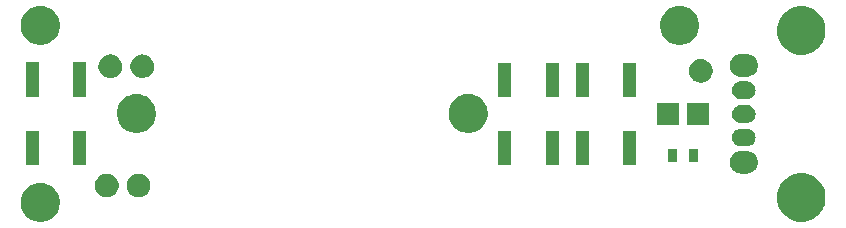
<source format=gbr>
G04 #@! TF.GenerationSoftware,KiCad,Pcbnew,5.1.0-unknown-9e240db~82~ubuntu18.04.1*
G04 #@! TF.CreationDate,2019-04-19T11:11:02+02:00*
G04 #@! TF.ProjectId,VoltMax PWM Board B,566f6c74-4d61-4782-9050-574d20426f61,rev?*
G04 #@! TF.SameCoordinates,Original*
G04 #@! TF.FileFunction,Soldermask,Top*
G04 #@! TF.FilePolarity,Negative*
%FSLAX46Y46*%
G04 Gerber Fmt 4.6, Leading zero omitted, Abs format (unit mm)*
G04 Created by KiCad (PCBNEW 5.1.0-unknown-9e240db~82~ubuntu18.04.1) date 2019-04-19 11:11:02*
%MOMM*%
%LPD*%
G04 APERTURE LIST*
%ADD10C,0.100000*%
G04 APERTURE END LIST*
D10*
G36*
X176480000Y-103288000D02*
G01*
X176331000Y-103300000D01*
X176186000Y-103335000D01*
X176048000Y-103392000D01*
X175920000Y-103470000D01*
X175807000Y-103567000D01*
X175710000Y-103680000D01*
X175632000Y-103808000D01*
X175575000Y-103946000D01*
X175540000Y-104091000D01*
X175528000Y-104240000D01*
X175540000Y-104389000D01*
X175575000Y-104534000D01*
X175632000Y-104672000D01*
X175710000Y-104800000D01*
X175807000Y-104913000D01*
X175920000Y-105010000D01*
X176048000Y-105088000D01*
X176186000Y-105145000D01*
X176331000Y-105180000D01*
X176480000Y-105192000D01*
X176980000Y-105192000D01*
X177129000Y-105180000D01*
X177274000Y-105145000D01*
X177412000Y-105088000D01*
X177540000Y-105010000D01*
X177653000Y-104913000D01*
X177750000Y-104800000D01*
X177828000Y-104672000D01*
X177885000Y-104534000D01*
X177920000Y-104389000D01*
X177932000Y-104240000D01*
X177920000Y-104091000D01*
X177885000Y-103946000D01*
X177828000Y-103808000D01*
X177750000Y-103680000D01*
X177653000Y-103567000D01*
X177540000Y-103470000D01*
X177412000Y-103392000D01*
X177274000Y-103335000D01*
X177129000Y-103300000D01*
X176980000Y-103288000D01*
X176480000Y-103288000D01*
G37*
G36*
X176480000Y-95088000D02*
G01*
X176331000Y-95100000D01*
X176186000Y-95135000D01*
X176048000Y-95192000D01*
X175920000Y-95270000D01*
X175807000Y-95367000D01*
X175710000Y-95480000D01*
X175632000Y-95608000D01*
X175575000Y-95746000D01*
X175540000Y-95891000D01*
X175528000Y-96040000D01*
X175540000Y-96189000D01*
X175575000Y-96334000D01*
X175632000Y-96472000D01*
X175710000Y-96600000D01*
X175807000Y-96713000D01*
X175920000Y-96810000D01*
X176048000Y-96888000D01*
X176186000Y-96945000D01*
X176331000Y-96980000D01*
X176480000Y-96992000D01*
X176980000Y-96992000D01*
X177129000Y-96980000D01*
X177274000Y-96945000D01*
X177412000Y-96888000D01*
X177540000Y-96810000D01*
X177653000Y-96713000D01*
X177750000Y-96600000D01*
X177828000Y-96472000D01*
X177885000Y-96334000D01*
X177920000Y-96189000D01*
X177932000Y-96040000D01*
X177920000Y-95891000D01*
X177885000Y-95746000D01*
X177828000Y-95608000D01*
X177750000Y-95480000D01*
X177653000Y-95367000D01*
X177540000Y-95270000D01*
X177412000Y-95192000D01*
X177274000Y-95135000D01*
X177129000Y-95100000D01*
X176980000Y-95088000D01*
X176480000Y-95088000D01*
G37*
G36*
X176480000Y-101388000D02*
G01*
X176362000Y-101397000D01*
X176248000Y-101425000D01*
X176139000Y-101470000D01*
X176038000Y-101532000D01*
X175948000Y-101608000D01*
X175872000Y-101698000D01*
X175810000Y-101799000D01*
X175765000Y-101908000D01*
X175737000Y-102022000D01*
X175728000Y-102140000D01*
X175737000Y-102258000D01*
X175765000Y-102372000D01*
X175810000Y-102481000D01*
X175872000Y-102582000D01*
X175948000Y-102672000D01*
X176038000Y-102748000D01*
X176139000Y-102810000D01*
X176248000Y-102855000D01*
X176362000Y-102883000D01*
X176480000Y-102892000D01*
X176980000Y-102892000D01*
X177098000Y-102883000D01*
X177212000Y-102855000D01*
X177321000Y-102810000D01*
X177422000Y-102748000D01*
X177512000Y-102672000D01*
X177588000Y-102582000D01*
X177650000Y-102481000D01*
X177695000Y-102372000D01*
X177723000Y-102258000D01*
X177732000Y-102140000D01*
X177723000Y-102022000D01*
X177695000Y-101908000D01*
X177650000Y-101799000D01*
X177588000Y-101698000D01*
X177512000Y-101608000D01*
X177422000Y-101532000D01*
X177321000Y-101470000D01*
X177212000Y-101425000D01*
X177098000Y-101397000D01*
X176980000Y-101388000D01*
X176480000Y-101388000D01*
G37*
G36*
X176480000Y-99388000D02*
G01*
X176362000Y-99397000D01*
X176248000Y-99425000D01*
X176139000Y-99470000D01*
X176038000Y-99532000D01*
X175948000Y-99608000D01*
X175872000Y-99698000D01*
X175810000Y-99799000D01*
X175765000Y-99908000D01*
X175737000Y-100022000D01*
X175728000Y-100140000D01*
X175737000Y-100258000D01*
X175765000Y-100372000D01*
X175810000Y-100481000D01*
X175872000Y-100582000D01*
X175948000Y-100672000D01*
X176038000Y-100748000D01*
X176139000Y-100810000D01*
X176248000Y-100855000D01*
X176362000Y-100883000D01*
X176480000Y-100892000D01*
X176980000Y-100892000D01*
X177098000Y-100883000D01*
X177212000Y-100855000D01*
X177321000Y-100810000D01*
X177422000Y-100748000D01*
X177512000Y-100672000D01*
X177588000Y-100582000D01*
X177650000Y-100481000D01*
X177695000Y-100372000D01*
X177723000Y-100258000D01*
X177732000Y-100140000D01*
X177723000Y-100022000D01*
X177695000Y-99908000D01*
X177650000Y-99799000D01*
X177588000Y-99698000D01*
X177512000Y-99608000D01*
X177422000Y-99532000D01*
X177321000Y-99470000D01*
X177212000Y-99425000D01*
X177098000Y-99397000D01*
X176980000Y-99388000D01*
X176480000Y-99388000D01*
G37*
G36*
X176480000Y-97388000D02*
G01*
X176362000Y-97397000D01*
X176248000Y-97425000D01*
X176139000Y-97470000D01*
X176038000Y-97532000D01*
X175948000Y-97608000D01*
X175872000Y-97698000D01*
X175810000Y-97799000D01*
X175765000Y-97908000D01*
X175737000Y-98022000D01*
X175728000Y-98140000D01*
X175737000Y-98258000D01*
X175765000Y-98372000D01*
X175810000Y-98481000D01*
X175872000Y-98582000D01*
X175948000Y-98672000D01*
X176038000Y-98748000D01*
X176139000Y-98810000D01*
X176248000Y-98855000D01*
X176362000Y-98883000D01*
X176480000Y-98892000D01*
X176980000Y-98892000D01*
X177098000Y-98883000D01*
X177212000Y-98855000D01*
X177321000Y-98810000D01*
X177422000Y-98748000D01*
X177512000Y-98672000D01*
X177588000Y-98582000D01*
X177650000Y-98481000D01*
X177695000Y-98372000D01*
X177723000Y-98258000D01*
X177732000Y-98140000D01*
X177723000Y-98022000D01*
X177695000Y-97908000D01*
X177650000Y-97799000D01*
X177588000Y-97698000D01*
X177512000Y-97608000D01*
X177422000Y-97532000D01*
X177321000Y-97470000D01*
X177212000Y-97425000D01*
X177098000Y-97397000D01*
X176980000Y-97388000D01*
X176480000Y-97388000D01*
G37*
G36*
X117544256Y-106035298D02*
G01*
X117650579Y-106056447D01*
X117951042Y-106180903D01*
X118221451Y-106361585D01*
X118451415Y-106591549D01*
X118632097Y-106861958D01*
X118725564Y-107087606D01*
X118756553Y-107162422D01*
X118820000Y-107481389D01*
X118820000Y-107806611D01*
X118777702Y-108019256D01*
X118756553Y-108125579D01*
X118632097Y-108426042D01*
X118451415Y-108696451D01*
X118221451Y-108926415D01*
X117951042Y-109107097D01*
X117650579Y-109231553D01*
X117544256Y-109252702D01*
X117331611Y-109295000D01*
X117006389Y-109295000D01*
X116793744Y-109252702D01*
X116687421Y-109231553D01*
X116386958Y-109107097D01*
X116116549Y-108926415D01*
X115886585Y-108696451D01*
X115705903Y-108426042D01*
X115581447Y-108125579D01*
X115560298Y-108019256D01*
X115518000Y-107806611D01*
X115518000Y-107481389D01*
X115581447Y-107162422D01*
X115612437Y-107087606D01*
X115705903Y-106861958D01*
X115886585Y-106591549D01*
X116116549Y-106361585D01*
X116386958Y-106180903D01*
X116687421Y-106056447D01*
X116793744Y-106035298D01*
X117006389Y-105993000D01*
X117331611Y-105993000D01*
X117544256Y-106035298D01*
X117544256Y-106035298D01*
G37*
G36*
X182198254Y-105247818D02*
G01*
X182571511Y-105402426D01*
X182571513Y-105402427D01*
X182907436Y-105626884D01*
X183193116Y-105912564D01*
X183372415Y-106180903D01*
X183417574Y-106248489D01*
X183572182Y-106621746D01*
X183651000Y-107017993D01*
X183651000Y-107422007D01*
X183572182Y-107818254D01*
X183444884Y-108125578D01*
X183417573Y-108191513D01*
X183193116Y-108527436D01*
X182907436Y-108813116D01*
X182571513Y-109037573D01*
X182571512Y-109037574D01*
X182571511Y-109037574D01*
X182198254Y-109192182D01*
X181802007Y-109271000D01*
X181397993Y-109271000D01*
X181001746Y-109192182D01*
X180628489Y-109037574D01*
X180628488Y-109037574D01*
X180628487Y-109037573D01*
X180292564Y-108813116D01*
X180006884Y-108527436D01*
X179782427Y-108191513D01*
X179755116Y-108125578D01*
X179627818Y-107818254D01*
X179549000Y-107422007D01*
X179549000Y-107017993D01*
X179627818Y-106621746D01*
X179782426Y-106248489D01*
X179827586Y-106180903D01*
X180006884Y-105912564D01*
X180292564Y-105626884D01*
X180628487Y-105402427D01*
X180628489Y-105402426D01*
X181001746Y-105247818D01*
X181397993Y-105169000D01*
X181802007Y-105169000D01*
X182198254Y-105247818D01*
X182198254Y-105247818D01*
G37*
G36*
X125695403Y-105217646D02*
G01*
X125792156Y-105236891D01*
X125818538Y-105247819D01*
X125974434Y-105312393D01*
X125974435Y-105312394D01*
X126138483Y-105422007D01*
X126277993Y-105561517D01*
X126277994Y-105561519D01*
X126387607Y-105725566D01*
X126463109Y-105907845D01*
X126501600Y-106101350D01*
X126501600Y-106298650D01*
X126463109Y-106492155D01*
X126387607Y-106674434D01*
X126387606Y-106674435D01*
X126277993Y-106838483D01*
X126138483Y-106977993D01*
X126078617Y-107017994D01*
X125974434Y-107087607D01*
X125867658Y-107131835D01*
X125792156Y-107163109D01*
X125695403Y-107182354D01*
X125598650Y-107201600D01*
X125401350Y-107201600D01*
X125304597Y-107182354D01*
X125207844Y-107163109D01*
X125132342Y-107131835D01*
X125025566Y-107087607D01*
X124921383Y-107017994D01*
X124861517Y-106977993D01*
X124722007Y-106838483D01*
X124612394Y-106674435D01*
X124612393Y-106674434D01*
X124536891Y-106492155D01*
X124498400Y-106298650D01*
X124498400Y-106101350D01*
X124536891Y-105907845D01*
X124612393Y-105725566D01*
X124722006Y-105561519D01*
X124722007Y-105561517D01*
X124861517Y-105422007D01*
X125025565Y-105312394D01*
X125025566Y-105312393D01*
X125181462Y-105247819D01*
X125207844Y-105236891D01*
X125304597Y-105217646D01*
X125401350Y-105198400D01*
X125598650Y-105198400D01*
X125695403Y-105217646D01*
X125695403Y-105217646D01*
G37*
G36*
X122995403Y-105217646D02*
G01*
X123092156Y-105236891D01*
X123118538Y-105247819D01*
X123274434Y-105312393D01*
X123274435Y-105312394D01*
X123438483Y-105422007D01*
X123577993Y-105561517D01*
X123577994Y-105561519D01*
X123687607Y-105725566D01*
X123763109Y-105907845D01*
X123801600Y-106101350D01*
X123801600Y-106298650D01*
X123763109Y-106492155D01*
X123687607Y-106674434D01*
X123687606Y-106674435D01*
X123577993Y-106838483D01*
X123438483Y-106977993D01*
X123378617Y-107017994D01*
X123274434Y-107087607D01*
X123167658Y-107131835D01*
X123092156Y-107163109D01*
X122995403Y-107182354D01*
X122898650Y-107201600D01*
X122701350Y-107201600D01*
X122604597Y-107182354D01*
X122507844Y-107163109D01*
X122432342Y-107131835D01*
X122325566Y-107087607D01*
X122221383Y-107017994D01*
X122161517Y-106977993D01*
X122022007Y-106838483D01*
X121912394Y-106674435D01*
X121912393Y-106674434D01*
X121836891Y-106492155D01*
X121798400Y-106298650D01*
X121798400Y-106101350D01*
X121836891Y-105907845D01*
X121912393Y-105725566D01*
X122022006Y-105561519D01*
X122022007Y-105561517D01*
X122161517Y-105422007D01*
X122325565Y-105312394D01*
X122325566Y-105312393D01*
X122481462Y-105247819D01*
X122507844Y-105236891D01*
X122604597Y-105217646D01*
X122701350Y-105198400D01*
X122898650Y-105198400D01*
X122995403Y-105217646D01*
X122995403Y-105217646D01*
G37*
G36*
X177007570Y-103324969D02*
G01*
X177180753Y-103396704D01*
X177336607Y-103500842D01*
X177469158Y-103633393D01*
X177573296Y-103789247D01*
X177645031Y-103962430D01*
X177681600Y-104146274D01*
X177681600Y-104333726D01*
X177645031Y-104517570D01*
X177573296Y-104690753D01*
X177469158Y-104846607D01*
X177336607Y-104979158D01*
X177180753Y-105083296D01*
X177007570Y-105155031D01*
X176823726Y-105191600D01*
X176636274Y-105191600D01*
X176452430Y-105155031D01*
X176279247Y-105083296D01*
X176123393Y-104979158D01*
X175990842Y-104846607D01*
X175886704Y-104690753D01*
X175814969Y-104517570D01*
X175778400Y-104333726D01*
X175778400Y-104146274D01*
X175814969Y-103962430D01*
X175886704Y-103789247D01*
X175990842Y-103633393D01*
X176123393Y-103500842D01*
X176279247Y-103396704D01*
X176452430Y-103324969D01*
X176636274Y-103288400D01*
X176823726Y-103288400D01*
X177007570Y-103324969D01*
X177007570Y-103324969D01*
G37*
G36*
X163621000Y-104501000D02*
G01*
X162519000Y-104501000D01*
X162519000Y-101599000D01*
X163621000Y-101599000D01*
X163621000Y-104501000D01*
X163621000Y-104501000D01*
G37*
G36*
X167621000Y-104501000D02*
G01*
X166519000Y-104501000D01*
X166519000Y-101599000D01*
X167621000Y-101599000D01*
X167621000Y-104501000D01*
X167621000Y-104501000D01*
G37*
G36*
X157061000Y-104501000D02*
G01*
X155959000Y-104501000D01*
X155959000Y-101599000D01*
X157061000Y-101599000D01*
X157061000Y-104501000D01*
X157061000Y-104501000D01*
G37*
G36*
X161061000Y-104501000D02*
G01*
X159959000Y-104501000D01*
X159959000Y-101599000D01*
X161061000Y-101599000D01*
X161061000Y-104501000D01*
X161061000Y-104501000D01*
G37*
G36*
X117074000Y-104495000D02*
G01*
X115972000Y-104495000D01*
X115972000Y-101593000D01*
X117074000Y-101593000D01*
X117074000Y-104495000D01*
X117074000Y-104495000D01*
G37*
G36*
X121074000Y-104495000D02*
G01*
X119972000Y-104495000D01*
X119972000Y-101593000D01*
X121074000Y-101593000D01*
X121074000Y-104495000D01*
X121074000Y-104495000D01*
G37*
G36*
X171111000Y-104251000D02*
G01*
X170339000Y-104251000D01*
X170339000Y-103149000D01*
X171111000Y-103149000D01*
X171111000Y-104251000D01*
X171111000Y-104251000D01*
G37*
G36*
X172861000Y-104251000D02*
G01*
X172089000Y-104251000D01*
X172089000Y-103149000D01*
X172861000Y-103149000D01*
X172861000Y-104251000D01*
X172861000Y-104251000D01*
G37*
G36*
X176949234Y-101417283D02*
G01*
X177086016Y-101473940D01*
X177209117Y-101556194D01*
X177313806Y-101660883D01*
X177396060Y-101783984D01*
X177452717Y-101920766D01*
X177481600Y-102065974D01*
X177481600Y-102214026D01*
X177452717Y-102359234D01*
X177396060Y-102496016D01*
X177313806Y-102619117D01*
X177209117Y-102723806D01*
X177086016Y-102806060D01*
X176949234Y-102862717D01*
X176804026Y-102891600D01*
X176655974Y-102891600D01*
X176510766Y-102862717D01*
X176373984Y-102806060D01*
X176250883Y-102723806D01*
X176146194Y-102619117D01*
X176063940Y-102496016D01*
X176007283Y-102359234D01*
X175978400Y-102214026D01*
X175978400Y-102065974D01*
X176007283Y-101920766D01*
X176063940Y-101783984D01*
X176146194Y-101660883D01*
X176250883Y-101556194D01*
X176373984Y-101473940D01*
X176510766Y-101417283D01*
X176655974Y-101388400D01*
X176804026Y-101388400D01*
X176949234Y-101417283D01*
X176949234Y-101417283D01*
G37*
G36*
X125675256Y-98491298D02*
G01*
X125781579Y-98512447D01*
X125994037Y-98600450D01*
X126039101Y-98619116D01*
X126082042Y-98636903D01*
X126352451Y-98817585D01*
X126582415Y-99047549D01*
X126763097Y-99317958D01*
X126861778Y-99556194D01*
X126887553Y-99618422D01*
X126920486Y-99783984D01*
X126951000Y-99937391D01*
X126951000Y-100262609D01*
X126887553Y-100581579D01*
X126763097Y-100882042D01*
X126582415Y-101152451D01*
X126352451Y-101382415D01*
X126082042Y-101563097D01*
X125781579Y-101687553D01*
X125675256Y-101708702D01*
X125462611Y-101751000D01*
X125137389Y-101751000D01*
X124924744Y-101708702D01*
X124818421Y-101687553D01*
X124517958Y-101563097D01*
X124247549Y-101382415D01*
X124017585Y-101152451D01*
X123836903Y-100882042D01*
X123712447Y-100581579D01*
X123649000Y-100262609D01*
X123649000Y-99937391D01*
X123679515Y-99783984D01*
X123712447Y-99618422D01*
X123738223Y-99556194D01*
X123836903Y-99317958D01*
X124017585Y-99047549D01*
X124247549Y-98817585D01*
X124517958Y-98636903D01*
X124560900Y-98619116D01*
X124605963Y-98600450D01*
X124818421Y-98512447D01*
X124924744Y-98491298D01*
X125137389Y-98449000D01*
X125462611Y-98449000D01*
X125675256Y-98491298D01*
X125675256Y-98491298D01*
G37*
G36*
X153775256Y-98491298D02*
G01*
X153881579Y-98512447D01*
X154094037Y-98600450D01*
X154139101Y-98619116D01*
X154182042Y-98636903D01*
X154452451Y-98817585D01*
X154682415Y-99047549D01*
X154863097Y-99317958D01*
X154961778Y-99556194D01*
X154987553Y-99618422D01*
X155020486Y-99783984D01*
X155051000Y-99937391D01*
X155051000Y-100262609D01*
X154987553Y-100581579D01*
X154863097Y-100882042D01*
X154682415Y-101152451D01*
X154452451Y-101382415D01*
X154182042Y-101563097D01*
X153881579Y-101687553D01*
X153775256Y-101708702D01*
X153562611Y-101751000D01*
X153237389Y-101751000D01*
X153024744Y-101708702D01*
X152918421Y-101687553D01*
X152617958Y-101563097D01*
X152347549Y-101382415D01*
X152117585Y-101152451D01*
X151936903Y-100882042D01*
X151812447Y-100581579D01*
X151749000Y-100262609D01*
X151749000Y-99937391D01*
X151779515Y-99783984D01*
X151812447Y-99618422D01*
X151838223Y-99556194D01*
X151936903Y-99317958D01*
X152117585Y-99047549D01*
X152347549Y-98817585D01*
X152617958Y-98636903D01*
X152660900Y-98619116D01*
X152705963Y-98600450D01*
X152918421Y-98512447D01*
X153024744Y-98491298D01*
X153237389Y-98449000D01*
X153562611Y-98449000D01*
X153775256Y-98491298D01*
X153775256Y-98491298D01*
G37*
G36*
X173831000Y-101095000D02*
G01*
X171929000Y-101095000D01*
X171929000Y-99193000D01*
X173831000Y-99193000D01*
X173831000Y-101095000D01*
X173831000Y-101095000D01*
G37*
G36*
X171291000Y-101095000D02*
G01*
X169389000Y-101095000D01*
X169389000Y-99193000D01*
X171291000Y-99193000D01*
X171291000Y-101095000D01*
X171291000Y-101095000D01*
G37*
G36*
X176949234Y-99417283D02*
G01*
X177086016Y-99473940D01*
X177209117Y-99556194D01*
X177313806Y-99660883D01*
X177396060Y-99783984D01*
X177452717Y-99920766D01*
X177481600Y-100065974D01*
X177481600Y-100214026D01*
X177452717Y-100359234D01*
X177396060Y-100496016D01*
X177313806Y-100619117D01*
X177209117Y-100723806D01*
X177086016Y-100806060D01*
X176949234Y-100862717D01*
X176804026Y-100891600D01*
X176655974Y-100891600D01*
X176510766Y-100862717D01*
X176373984Y-100806060D01*
X176250883Y-100723806D01*
X176146194Y-100619117D01*
X176063940Y-100496016D01*
X176007283Y-100359234D01*
X175978400Y-100214026D01*
X175978400Y-100065974D01*
X176007283Y-99920766D01*
X176063940Y-99783984D01*
X176146194Y-99660883D01*
X176250883Y-99556194D01*
X176373984Y-99473940D01*
X176510766Y-99417283D01*
X176655974Y-99388400D01*
X176804026Y-99388400D01*
X176949234Y-99417283D01*
X176949234Y-99417283D01*
G37*
G36*
X176949234Y-97417283D02*
G01*
X177086016Y-97473940D01*
X177209117Y-97556194D01*
X177313806Y-97660883D01*
X177396060Y-97783984D01*
X177452717Y-97920766D01*
X177481600Y-98065974D01*
X177481600Y-98214026D01*
X177452717Y-98359234D01*
X177396060Y-98496016D01*
X177313806Y-98619117D01*
X177209117Y-98723806D01*
X177086016Y-98806060D01*
X176949234Y-98862717D01*
X176804026Y-98891600D01*
X176655974Y-98891600D01*
X176510766Y-98862717D01*
X176373984Y-98806060D01*
X176250883Y-98723806D01*
X176146194Y-98619117D01*
X176063940Y-98496016D01*
X176007283Y-98359234D01*
X175978400Y-98214026D01*
X175978400Y-98065974D01*
X176007283Y-97920766D01*
X176063940Y-97783984D01*
X176146194Y-97660883D01*
X176250883Y-97556194D01*
X176373984Y-97473940D01*
X176510766Y-97417283D01*
X176655974Y-97388400D01*
X176804026Y-97388400D01*
X176949234Y-97417283D01*
X176949234Y-97417283D01*
G37*
G36*
X157061000Y-98701000D02*
G01*
X155959000Y-98701000D01*
X155959000Y-95799000D01*
X157061000Y-95799000D01*
X157061000Y-98701000D01*
X157061000Y-98701000D01*
G37*
G36*
X163621000Y-98701000D02*
G01*
X162519000Y-98701000D01*
X162519000Y-95799000D01*
X163621000Y-95799000D01*
X163621000Y-98701000D01*
X163621000Y-98701000D01*
G37*
G36*
X167621000Y-98701000D02*
G01*
X166519000Y-98701000D01*
X166519000Y-95799000D01*
X167621000Y-95799000D01*
X167621000Y-98701000D01*
X167621000Y-98701000D01*
G37*
G36*
X161061000Y-98701000D02*
G01*
X159959000Y-98701000D01*
X159959000Y-95799000D01*
X161061000Y-95799000D01*
X161061000Y-98701000D01*
X161061000Y-98701000D01*
G37*
G36*
X121074000Y-98695000D02*
G01*
X119972000Y-98695000D01*
X119972000Y-95793000D01*
X121074000Y-95793000D01*
X121074000Y-98695000D01*
X121074000Y-98695000D01*
G37*
G36*
X117074000Y-98695000D02*
G01*
X115972000Y-98695000D01*
X115972000Y-95793000D01*
X117074000Y-95793000D01*
X117074000Y-98695000D01*
X117074000Y-98695000D01*
G37*
G36*
X173295403Y-95517646D02*
G01*
X173392156Y-95536891D01*
X173467658Y-95568165D01*
X173574434Y-95612393D01*
X173655902Y-95666828D01*
X173738483Y-95722007D01*
X173877993Y-95861517D01*
X173877994Y-95861519D01*
X173987607Y-96025566D01*
X174031835Y-96132342D01*
X174059301Y-96198650D01*
X174063109Y-96207845D01*
X174101600Y-96401350D01*
X174101600Y-96598650D01*
X174063109Y-96792155D01*
X173987607Y-96974434D01*
X173978805Y-96987607D01*
X173877993Y-97138483D01*
X173738483Y-97277993D01*
X173655902Y-97333172D01*
X173574434Y-97387607D01*
X173467658Y-97431835D01*
X173392156Y-97463109D01*
X173337710Y-97473939D01*
X173198650Y-97501600D01*
X173001350Y-97501600D01*
X172862290Y-97473939D01*
X172807844Y-97463109D01*
X172732342Y-97431835D01*
X172625566Y-97387607D01*
X172544098Y-97333172D01*
X172461517Y-97277993D01*
X172322007Y-97138483D01*
X172221195Y-96987607D01*
X172212393Y-96974434D01*
X172136891Y-96792155D01*
X172098400Y-96598650D01*
X172098400Y-96401350D01*
X172136891Y-96207845D01*
X172140700Y-96198650D01*
X172168165Y-96132342D01*
X172212393Y-96025566D01*
X172322006Y-95861519D01*
X172322007Y-95861517D01*
X172461517Y-95722007D01*
X172544098Y-95666828D01*
X172625566Y-95612393D01*
X172732342Y-95568165D01*
X172807844Y-95536891D01*
X172904598Y-95517645D01*
X173001350Y-95498400D01*
X173198650Y-95498400D01*
X173295403Y-95517646D01*
X173295403Y-95517646D01*
G37*
G36*
X123295402Y-95117645D02*
G01*
X123392156Y-95136891D01*
X123467658Y-95168165D01*
X123574434Y-95212393D01*
X123574435Y-95212394D01*
X123738483Y-95322007D01*
X123877993Y-95461517D01*
X123877994Y-95461519D01*
X123987607Y-95625566D01*
X124027554Y-95722007D01*
X124059446Y-95799000D01*
X124063109Y-95807845D01*
X124090645Y-95946274D01*
X124101600Y-96001351D01*
X124101600Y-96198649D01*
X124063109Y-96392156D01*
X124059300Y-96401351D01*
X123987607Y-96574434D01*
X123987606Y-96574435D01*
X123877993Y-96738483D01*
X123738483Y-96877993D01*
X123730546Y-96883296D01*
X123574434Y-96987607D01*
X123467658Y-97031835D01*
X123392156Y-97063109D01*
X123295403Y-97082354D01*
X123198650Y-97101600D01*
X123001350Y-97101600D01*
X122904597Y-97082354D01*
X122807844Y-97063109D01*
X122732342Y-97031835D01*
X122625566Y-96987607D01*
X122469454Y-96883296D01*
X122461517Y-96877993D01*
X122322007Y-96738483D01*
X122212394Y-96574435D01*
X122212393Y-96574434D01*
X122140700Y-96401351D01*
X122136891Y-96392156D01*
X122098400Y-96198649D01*
X122098400Y-96001351D01*
X122109356Y-95946274D01*
X122136891Y-95807845D01*
X122140555Y-95799000D01*
X122172446Y-95722007D01*
X122212393Y-95625566D01*
X122322006Y-95461519D01*
X122322007Y-95461517D01*
X122461517Y-95322007D01*
X122625565Y-95212394D01*
X122625566Y-95212393D01*
X122732342Y-95168165D01*
X122807844Y-95136891D01*
X122904598Y-95117645D01*
X123001350Y-95098400D01*
X123198650Y-95098400D01*
X123295402Y-95117645D01*
X123295402Y-95117645D01*
G37*
G36*
X125995402Y-95117645D02*
G01*
X126092156Y-95136891D01*
X126167658Y-95168165D01*
X126274434Y-95212393D01*
X126274435Y-95212394D01*
X126438483Y-95322007D01*
X126577993Y-95461517D01*
X126577994Y-95461519D01*
X126687607Y-95625566D01*
X126727554Y-95722007D01*
X126759446Y-95799000D01*
X126763109Y-95807845D01*
X126790645Y-95946274D01*
X126801600Y-96001351D01*
X126801600Y-96198649D01*
X126763109Y-96392156D01*
X126759300Y-96401351D01*
X126687607Y-96574434D01*
X126687606Y-96574435D01*
X126577993Y-96738483D01*
X126438483Y-96877993D01*
X126430546Y-96883296D01*
X126274434Y-96987607D01*
X126167658Y-97031835D01*
X126092156Y-97063109D01*
X125995403Y-97082354D01*
X125898650Y-97101600D01*
X125701350Y-97101600D01*
X125604597Y-97082354D01*
X125507844Y-97063109D01*
X125432342Y-97031835D01*
X125325566Y-96987607D01*
X125169454Y-96883296D01*
X125161517Y-96877993D01*
X125022007Y-96738483D01*
X124912394Y-96574435D01*
X124912393Y-96574434D01*
X124840700Y-96401351D01*
X124836891Y-96392156D01*
X124798400Y-96198649D01*
X124798400Y-96001351D01*
X124809356Y-95946274D01*
X124836891Y-95807845D01*
X124840555Y-95799000D01*
X124872446Y-95722007D01*
X124912393Y-95625566D01*
X125022006Y-95461519D01*
X125022007Y-95461517D01*
X125161517Y-95322007D01*
X125325565Y-95212394D01*
X125325566Y-95212393D01*
X125432342Y-95168165D01*
X125507844Y-95136891D01*
X125604598Y-95117645D01*
X125701350Y-95098400D01*
X125898650Y-95098400D01*
X125995402Y-95117645D01*
X125995402Y-95117645D01*
G37*
G36*
X177007570Y-95124969D02*
G01*
X177180753Y-95196704D01*
X177336607Y-95300842D01*
X177469158Y-95433393D01*
X177573296Y-95589247D01*
X177645031Y-95762430D01*
X177681600Y-95946274D01*
X177681600Y-96133726D01*
X177645031Y-96317570D01*
X177573296Y-96490753D01*
X177469158Y-96646607D01*
X177336607Y-96779158D01*
X177180753Y-96883296D01*
X177007570Y-96955031D01*
X176823726Y-96991600D01*
X176636274Y-96991600D01*
X176452430Y-96955031D01*
X176279247Y-96883296D01*
X176123393Y-96779158D01*
X175990842Y-96646607D01*
X175886704Y-96490753D01*
X175814969Y-96317570D01*
X175778400Y-96133726D01*
X175778400Y-95946274D01*
X175814969Y-95762430D01*
X175886704Y-95589247D01*
X175990842Y-95433393D01*
X176123393Y-95300842D01*
X176279247Y-95196704D01*
X176452430Y-95124969D01*
X176636274Y-95088400D01*
X176823726Y-95088400D01*
X177007570Y-95124969D01*
X177007570Y-95124969D01*
G37*
G36*
X182198254Y-91117818D02*
G01*
X182571511Y-91272426D01*
X182571513Y-91272427D01*
X182907436Y-91496884D01*
X183193116Y-91782564D01*
X183245900Y-91861560D01*
X183417574Y-92118489D01*
X183572182Y-92491746D01*
X183651000Y-92887993D01*
X183651000Y-93292007D01*
X183572182Y-93688254D01*
X183568953Y-93696049D01*
X183417573Y-94061513D01*
X183193116Y-94397436D01*
X182907436Y-94683116D01*
X182571513Y-94907573D01*
X182571512Y-94907574D01*
X182571511Y-94907574D01*
X182198254Y-95062182D01*
X181802007Y-95141000D01*
X181397993Y-95141000D01*
X181001746Y-95062182D01*
X180628489Y-94907574D01*
X180628488Y-94907574D01*
X180628487Y-94907573D01*
X180292564Y-94683116D01*
X180006884Y-94397436D01*
X179782427Y-94061513D01*
X179631047Y-93696049D01*
X179627818Y-93688254D01*
X179549000Y-93292007D01*
X179549000Y-92887993D01*
X179627818Y-92491746D01*
X179782426Y-92118489D01*
X179954101Y-91861560D01*
X180006884Y-91782564D01*
X180292564Y-91496884D01*
X180628487Y-91272427D01*
X180628489Y-91272426D01*
X181001746Y-91117818D01*
X181397993Y-91039000D01*
X181802007Y-91039000D01*
X182198254Y-91117818D01*
X182198254Y-91117818D01*
G37*
G36*
X171684256Y-91034898D02*
G01*
X171790579Y-91056047D01*
X172091042Y-91180503D01*
X172361451Y-91361185D01*
X172591415Y-91591149D01*
X172772097Y-91861558D01*
X172896553Y-92162021D01*
X172960000Y-92480991D01*
X172960000Y-92806209D01*
X172896553Y-93125179D01*
X172772097Y-93425642D01*
X172591415Y-93696051D01*
X172361451Y-93926015D01*
X172091042Y-94106697D01*
X171790579Y-94231153D01*
X171684256Y-94252302D01*
X171471611Y-94294600D01*
X171146389Y-94294600D01*
X170933744Y-94252302D01*
X170827421Y-94231153D01*
X170526958Y-94106697D01*
X170256549Y-93926015D01*
X170026585Y-93696051D01*
X169845903Y-93425642D01*
X169721447Y-93125179D01*
X169658000Y-92806209D01*
X169658000Y-92480991D01*
X169721447Y-92162021D01*
X169845903Y-91861558D01*
X170026585Y-91591149D01*
X170256549Y-91361185D01*
X170526958Y-91180503D01*
X170827421Y-91056047D01*
X170933744Y-91034898D01*
X171146389Y-90992600D01*
X171471611Y-90992600D01*
X171684256Y-91034898D01*
X171684256Y-91034898D01*
G37*
G36*
X117544256Y-91034898D02*
G01*
X117650579Y-91056047D01*
X117951042Y-91180503D01*
X118221451Y-91361185D01*
X118451415Y-91591149D01*
X118632097Y-91861558D01*
X118756553Y-92162021D01*
X118820000Y-92480991D01*
X118820000Y-92806209D01*
X118756553Y-93125179D01*
X118632097Y-93425642D01*
X118451415Y-93696051D01*
X118221451Y-93926015D01*
X117951042Y-94106697D01*
X117650579Y-94231153D01*
X117544256Y-94252302D01*
X117331611Y-94294600D01*
X117006389Y-94294600D01*
X116793744Y-94252302D01*
X116687421Y-94231153D01*
X116386958Y-94106697D01*
X116116549Y-93926015D01*
X115886585Y-93696051D01*
X115705903Y-93425642D01*
X115581447Y-93125179D01*
X115518000Y-92806209D01*
X115518000Y-92480991D01*
X115581447Y-92162021D01*
X115705903Y-91861558D01*
X115886585Y-91591149D01*
X116116549Y-91361185D01*
X116386958Y-91180503D01*
X116687421Y-91056047D01*
X116793744Y-91034898D01*
X117006389Y-90992600D01*
X117331611Y-90992600D01*
X117544256Y-91034898D01*
X117544256Y-91034898D01*
G37*
M02*

</source>
